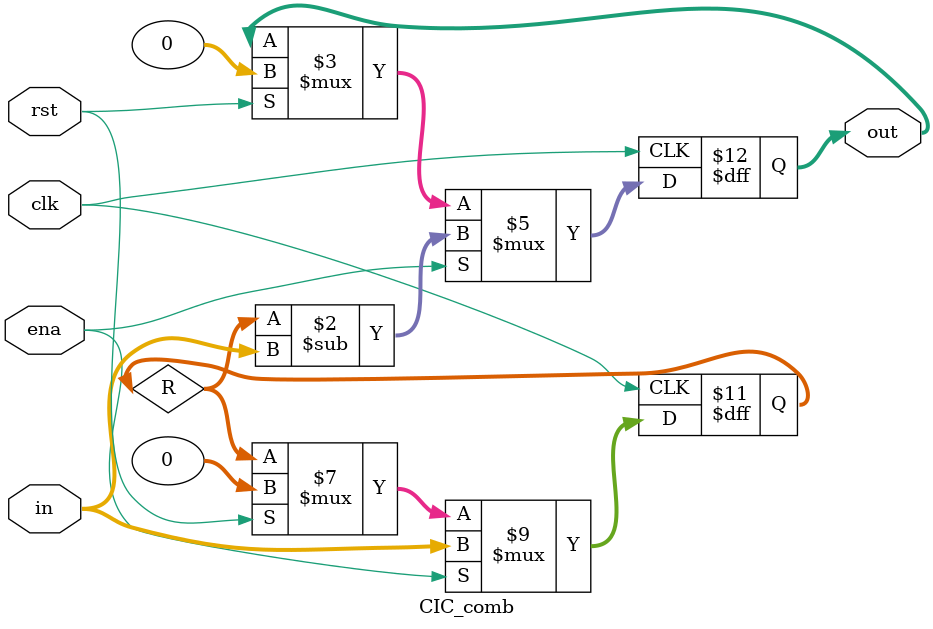
<source format=sv>
`timescale 1ns/1ps

module CIC_comb #(parameter int BITWIDTH = 32)(
    clk, rst, ena, in, out);

    input clk, rst, ena; 
    input logic [BITWIDTH-1:0] in; 
    output logic [BITWIDTH-1:0] out; 
    logic [BITWIDTH-1:0] R; //Interpolation ratio data

    always_ff @(posedge clk) begin : comb_block

        if(rst) begin out <= 0; R <= 0; end

        if(ena) begin
            
            R <= in;
            out <= R - in;
             
        end

    end
endmodule


</source>
